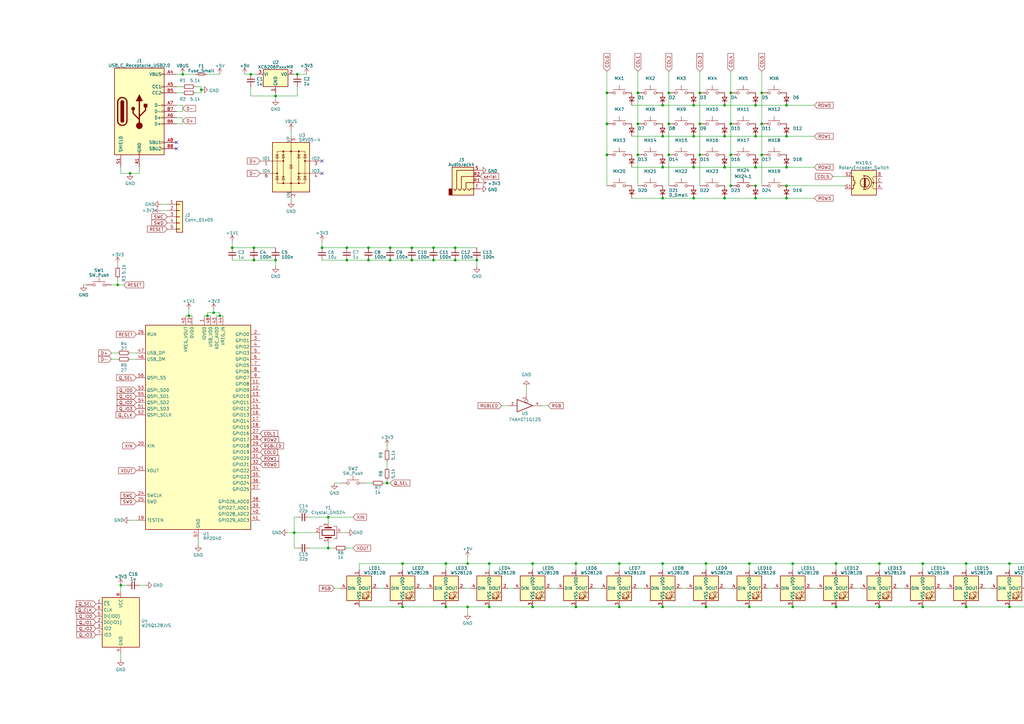
<source format=kicad_sch>
(kicad_sch (version 20230121) (generator eeschema)
  (paper "A3")
  (junction (at 218.44 231.14))
  (junction (at 287.02 50.8))
  (junction (at 142.24 101.6))
  (junction (at 360.68 248.92))
  (junction (at 396.24 248.92))
  (junction (at 191.77 231.14))
  (junction (at 284.48 81.28))
  (junction (at 274.32 38.1))
  (junction (at 299.72 38.1))
  (junction (at 142.24 106.68))
  (junction (at 284.48 55.88))
  (junction (at 297.18 55.88))
  (junction (at 87.63 128.27))
  (junction (at 53.34 71.12))
  (junction (at 271.78 68.58))
  (junction (at 284.48 43.18))
  (junction (at 261.62 63.5))
  (junction (at 104.14 101.6))
  (junction (at 297.18 68.58))
  (junction (at 299.72 50.8))
  (junction (at 431.8 248.92))
  (junction (at 322.58 81.28))
  (junction (at 309.88 68.58))
  (junction (at 360.68 231.14))
  (junction (at 271.78 231.14))
  (junction (at 165.1 231.14))
  (junction (at 195.58 106.68))
  (junction (at 85.09 129.54))
  (junction (at 325.12 248.92))
  (junction (at 271.78 248.92))
  (junction (at 182.88 231.14))
  (junction (at 113.03 39.37))
  (junction (at 200.66 248.92))
  (junction (at 236.22 248.92))
  (junction (at 342.9 231.14))
  (junction (at 160.02 101.6))
  (junction (at 309.88 76.2))
  (junction (at 254 231.14))
  (junction (at 312.42 38.1))
  (junction (at 284.48 68.58))
  (junction (at 309.88 81.28))
  (junction (at 90.17 129.54))
  (junction (at 102.87 30.48))
  (junction (at 261.62 38.1))
  (junction (at 274.32 63.5))
  (junction (at 299.72 63.5))
  (junction (at 297.18 81.28))
  (junction (at 261.62 50.8))
  (junction (at 322.58 43.18))
  (junction (at 322.58 55.88))
  (junction (at 95.25 101.6))
  (junction (at 236.22 231.14))
  (junction (at 132.08 101.6))
  (junction (at 287.02 63.5))
  (junction (at 274.32 50.8))
  (junction (at 218.44 248.92))
  (junction (at 177.8 106.68))
  (junction (at 151.13 101.6))
  (junction (at 312.42 50.8))
  (junction (at 48.26 116.84))
  (junction (at 289.56 248.92))
  (junction (at 186.69 106.68))
  (junction (at 134.62 224.79))
  (junction (at 297.18 43.18))
  (junction (at 271.78 81.28))
  (junction (at 182.88 248.92))
  (junction (at 151.13 106.68))
  (junction (at 113.03 106.68))
  (junction (at 134.62 212.09))
  (junction (at 307.34 248.92))
  (junction (at 160.02 106.68))
  (junction (at 271.78 55.88))
  (junction (at 378.46 231.14))
  (junction (at 120.65 218.44))
  (junction (at 186.69 101.6))
  (junction (at 312.42 63.5))
  (junction (at 287.02 38.1))
  (junction (at 307.34 231.14))
  (junction (at 414.02 231.14))
  (junction (at 248.92 38.1))
  (junction (at 271.78 43.18))
  (junction (at 158.75 198.12))
  (junction (at 77.47 129.54))
  (junction (at 325.12 231.14))
  (junction (at 49.53 240.03))
  (junction (at 342.9 248.92))
  (junction (at 191.77 248.92))
  (junction (at 309.88 43.18))
  (junction (at 121.92 30.48))
  (junction (at 168.91 106.68))
  (junction (at 82.55 36.83))
  (junction (at 200.66 231.14))
  (junction (at 104.14 106.68))
  (junction (at 299.72 76.2))
  (junction (at 74.93 30.48))
  (junction (at 322.58 68.58))
  (junction (at 414.02 248.92))
  (junction (at 177.8 101.6))
  (junction (at 248.92 63.5))
  (junction (at 322.58 76.2))
  (junction (at 165.1 248.92))
  (junction (at 378.46 248.92))
  (junction (at 431.8 231.14))
  (junction (at 396.24 231.14))
  (junction (at 254 248.92))
  (junction (at 248.92 50.8))
  (junction (at 309.88 55.88))
  (junction (at 289.56 231.14))
  (junction (at 168.91 101.6))
  (no_connect (at 72.39 60.96))
  (no_connect (at 457.2 241.3))
  (no_connect (at 132.08 71.12))
  (no_connect (at 72.39 58.42))
  (no_connect (at 132.08 66.04))
  (wire (pts (xy 360.68 231.14) (xy 360.68 233.68)))
  (wire (pts (xy 49.53 240.03) (xy 52.07 240.03)))
  (wire (pts (xy 120.65 30.48) (xy 121.92 30.48)))
  (wire (pts (xy 271.78 55.88) (xy 284.48 55.88)))
  (wire (pts (xy 297.18 55.88) (xy 309.88 55.88)))
  (wire (pts (xy 332.74 241.3) (xy 335.28 241.3)))
  (wire (pts (xy 236.22 248.92) (xy 254 248.92)))
  (wire (pts (xy 120.65 224.79) (xy 121.92 224.79)))
  (wire (pts (xy 325.12 248.92) (xy 342.9 248.92)))
  (wire (pts (xy 158.75 182.88) (xy 158.75 184.15)))
  (wire (pts (xy 165.1 248.92) (xy 182.88 248.92)))
  (wire (pts (xy 309.88 55.88) (xy 322.58 55.88)))
  (wire (pts (xy 82.55 35.56) (xy 82.55 36.83)))
  (wire (pts (xy 49.53 68.58) (xy 49.53 71.12)))
  (wire (pts (xy 182.88 248.92) (xy 191.77 248.92)))
  (wire (pts (xy 120.65 218.44) (xy 129.54 218.44)))
  (wire (pts (xy 431.8 231.14) (xy 431.8 233.68)))
  (wire (pts (xy 87.63 127) (xy 87.63 128.27)))
  (wire (pts (xy 261.62 63.5) (xy 261.62 76.2)))
  (wire (pts (xy 195.58 106.68) (xy 195.58 109.22)))
  (wire (pts (xy 72.39 48.26) (xy 74.93 48.26)))
  (wire (pts (xy 137.16 198.12) (xy 139.7 198.12)))
  (wire (pts (xy 200.66 248.92) (xy 218.44 248.92)))
  (wire (pts (xy 322.58 55.88) (xy 334.01 55.88)))
  (wire (pts (xy 160.02 101.6) (xy 168.91 101.6)))
  (wire (pts (xy 312.42 29.21) (xy 312.42 38.1)))
  (wire (pts (xy 274.32 38.1) (xy 274.32 50.8)))
  (wire (pts (xy 90.17 129.54) (xy 91.44 129.54)))
  (wire (pts (xy 127 212.09) (xy 134.62 212.09)))
  (wire (pts (xy 186.69 101.6) (xy 195.58 101.6)))
  (wire (pts (xy 248.92 29.21) (xy 248.92 38.1)))
  (wire (pts (xy 85.09 128.27) (xy 85.09 129.54)))
  (wire (pts (xy 147.32 231.14) (xy 165.1 231.14)))
  (wire (pts (xy 431.8 231.14) (xy 449.58 231.14)))
  (wire (pts (xy 147.32 233.68) (xy 147.32 231.14)))
  (wire (pts (xy 314.96 241.3) (xy 317.5 241.3)))
  (wire (pts (xy 49.53 71.12) (xy 53.34 71.12)))
  (wire (pts (xy 284.48 55.88) (xy 297.18 55.88)))
  (wire (pts (xy 307.34 231.14) (xy 325.12 231.14)))
  (wire (pts (xy 134.62 212.09) (xy 144.78 212.09)))
  (wire (pts (xy 222.25 166.37) (xy 224.79 166.37)))
  (wire (pts (xy 299.72 50.8) (xy 299.72 63.5)))
  (wire (pts (xy 72.39 43.18) (xy 74.93 43.18)))
  (wire (pts (xy 121.92 39.37) (xy 113.03 39.37)))
  (wire (pts (xy 83.82 129.54) (xy 85.09 129.54)))
  (wire (pts (xy 95.25 106.68) (xy 104.14 106.68)))
  (wire (pts (xy 121.92 30.48) (xy 125.73 30.48)))
  (wire (pts (xy 191.77 248.92) (xy 200.66 248.92)))
  (wire (pts (xy 439.42 241.3) (xy 441.96 241.3)))
  (wire (pts (xy 325.12 231.14) (xy 325.12 233.68)))
  (wire (pts (xy 53.34 144.78) (xy 55.88 144.78)))
  (wire (pts (xy 118.11 218.44) (xy 120.65 218.44)))
  (wire (pts (xy 157.48 198.12) (xy 158.75 198.12)))
  (wire (pts (xy 177.8 106.68) (xy 186.69 106.68)))
  (wire (pts (xy 287.02 63.5) (xy 287.02 76.2)))
  (wire (pts (xy 104.14 101.6) (xy 113.03 101.6)))
  (wire (pts (xy 134.62 212.09) (xy 134.62 214.63)))
  (wire (pts (xy 218.44 248.92) (xy 236.22 248.92)))
  (wire (pts (xy 449.58 231.14) (xy 449.58 233.68)))
  (wire (pts (xy 341.63 72.39) (xy 346.71 72.39)))
  (wire (pts (xy 74.93 43.18) (xy 74.93 45.72)))
  (wire (pts (xy 259.08 43.18) (xy 271.78 43.18)))
  (wire (pts (xy 120.65 224.79) (xy 120.65 218.44)))
  (wire (pts (xy 34.29 116.84) (xy 35.56 116.84)))
  (wire (pts (xy 132.08 106.68) (xy 142.24 106.68)))
  (wire (pts (xy 431.8 248.92) (xy 449.58 248.92)))
  (wire (pts (xy 261.62 38.1) (xy 261.62 50.8)))
  (wire (pts (xy 48.26 116.84) (xy 50.8 116.84)))
  (wire (pts (xy 74.93 48.26) (xy 74.93 50.8)))
  (wire (pts (xy 271.78 231.14) (xy 271.78 233.68)))
  (wire (pts (xy 87.63 128.27) (xy 90.17 128.27)))
  (wire (pts (xy 119.38 53.34) (xy 119.38 55.88)))
  (wire (pts (xy 182.88 233.68) (xy 182.88 231.14)))
  (wire (pts (xy 191.77 248.92) (xy 191.77 251.46)))
  (wire (pts (xy 190.5 241.3) (xy 193.04 241.3)))
  (wire (pts (xy 142.24 106.68) (xy 151.13 106.68)))
  (wire (pts (xy 274.32 50.8) (xy 274.32 63.5)))
  (wire (pts (xy 226.06 241.3) (xy 228.6 241.3)))
  (wire (pts (xy 322.58 43.18) (xy 334.01 43.18)))
  (wire (pts (xy 119.38 81.28) (xy 119.38 82.55)))
  (wire (pts (xy 81.28 220.98) (xy 81.28 223.52)))
  (wire (pts (xy 45.72 147.32) (xy 48.26 147.32)))
  (wire (pts (xy 72.39 35.56) (xy 74.93 35.56)))
  (wire (pts (xy 254 231.14) (xy 254 233.68)))
  (wire (pts (xy 102.87 30.48) (xy 105.41 30.48)))
  (wire (pts (xy 100.33 30.48) (xy 102.87 30.48)))
  (wire (pts (xy 218.44 233.68) (xy 218.44 231.14)))
  (wire (pts (xy 414.02 248.92) (xy 431.8 248.92)))
  (wire (pts (xy 271.78 81.28) (xy 284.48 81.28)))
  (wire (pts (xy 350.52 241.3) (xy 353.06 241.3)))
  (wire (pts (xy 299.72 38.1) (xy 299.72 50.8)))
  (wire (pts (xy 248.92 63.5) (xy 248.92 76.2)))
  (wire (pts (xy 236.22 231.14) (xy 218.44 231.14)))
  (wire (pts (xy 342.9 248.92) (xy 360.68 248.92)))
  (wire (pts (xy 158.75 189.23) (xy 158.75 191.77)))
  (wire (pts (xy 299.72 29.21) (xy 299.72 38.1)))
  (wire (pts (xy 76.2 129.54) (xy 77.47 129.54)))
  (wire (pts (xy 243.84 241.3) (xy 246.38 241.3)))
  (wire (pts (xy 165.1 231.14) (xy 165.1 233.68)))
  (wire (pts (xy 151.13 101.6) (xy 160.02 101.6)))
  (wire (pts (xy 160.02 106.68) (xy 168.91 106.68)))
  (wire (pts (xy 396.24 231.14) (xy 396.24 233.68)))
  (wire (pts (xy 274.32 63.5) (xy 274.32 76.2)))
  (wire (pts (xy 342.9 231.14) (xy 342.9 233.68)))
  (wire (pts (xy 287.02 38.1) (xy 287.02 50.8)))
  (wire (pts (xy 74.93 30.48) (xy 80.01 30.48)))
  (wire (pts (xy 120.65 218.44) (xy 120.65 212.09)))
  (wire (pts (xy 261.62 50.8) (xy 261.62 63.5)))
  (wire (pts (xy 289.56 248.92) (xy 307.34 248.92)))
  (wire (pts (xy 396.24 231.14) (xy 414.02 231.14)))
  (wire (pts (xy 261.62 29.21) (xy 261.62 38.1)))
  (wire (pts (xy 102.87 39.37) (xy 113.03 39.37)))
  (wire (pts (xy 289.56 231.14) (xy 307.34 231.14)))
  (wire (pts (xy 309.88 81.28) (xy 322.58 81.28)))
  (wire (pts (xy 80.01 35.56) (xy 82.55 35.56)))
  (wire (pts (xy 77.47 129.54) (xy 78.74 129.54)))
  (wire (pts (xy 191.77 228.6) (xy 191.77 231.14)))
  (wire (pts (xy 414.02 231.14) (xy 431.8 231.14)))
  (wire (pts (xy 360.68 231.14) (xy 378.46 231.14)))
  (wire (pts (xy 134.62 224.79) (xy 134.62 222.25)))
  (wire (pts (xy 287.02 50.8) (xy 287.02 63.5)))
  (wire (pts (xy 102.87 35.56) (xy 102.87 39.37)))
  (wire (pts (xy 271.78 43.18) (xy 284.48 43.18)))
  (wire (pts (xy 57.15 71.12) (xy 53.34 71.12)))
  (wire (pts (xy 80.01 38.1) (xy 82.55 38.1)))
  (wire (pts (xy 403.86 241.3) (xy 406.4 241.3)))
  (wire (pts (xy 378.46 231.14) (xy 396.24 231.14)))
  (wire (pts (xy 186.69 106.68) (xy 195.58 106.68)))
  (wire (pts (xy 85.09 129.54) (xy 86.36 129.54)))
  (wire (pts (xy 259.08 55.88) (xy 271.78 55.88)))
  (wire (pts (xy 90.17 128.27) (xy 90.17 129.54)))
  (wire (pts (xy 208.28 241.3) (xy 210.82 241.3)))
  (wire (pts (xy 49.53 267.97) (xy 49.53 270.51)))
  (wire (pts (xy 142.24 101.6) (xy 151.13 101.6)))
  (wire (pts (xy 307.34 248.92) (xy 325.12 248.92)))
  (wire (pts (xy 149.86 198.12) (xy 152.4 198.12)))
  (wire (pts (xy 182.88 231.14) (xy 165.1 231.14)))
  (wire (pts (xy 53.34 147.32) (xy 55.88 147.32)))
  (wire (pts (xy 88.9 129.54) (xy 90.17 129.54)))
  (wire (pts (xy 322.58 76.2) (xy 346.71 76.2)))
  (wire (pts (xy 271.78 231.14) (xy 289.56 231.14)))
  (wire (pts (xy 287.02 29.21) (xy 287.02 38.1)))
  (wire (pts (xy 158.75 198.12) (xy 160.02 198.12)))
  (wire (pts (xy 274.32 29.21) (xy 274.32 38.1)))
  (wire (pts (xy 85.09 128.27) (xy 87.63 128.27)))
  (wire (pts (xy 66.04 83.82) (xy 68.58 83.82)))
  (wire (pts (xy 200.66 231.14) (xy 191.77 231.14)))
  (wire (pts (xy 72.39 38.1) (xy 74.93 38.1)))
  (wire (pts (xy 271.78 248.92) (xy 289.56 248.92)))
  (wire (pts (xy 271.78 68.58) (xy 284.48 68.58)))
  (wire (pts (xy 259.08 81.28) (xy 271.78 81.28)))
  (wire (pts (xy 104.14 106.68) (xy 113.03 106.68)))
  (wire (pts (xy 120.65 212.09) (xy 121.92 212.09)))
  (wire (pts (xy 279.4 241.3) (xy 281.94 241.3)))
  (wire (pts (xy 248.92 38.1) (xy 248.92 50.8)))
  (wire (pts (xy 147.32 248.92) (xy 165.1 248.92)))
  (wire (pts (xy 284.48 68.58) (xy 297.18 68.58)))
  (wire (pts (xy 307.34 231.14) (xy 307.34 233.68)))
  (wire (pts (xy 215.9 158.75) (xy 215.9 161.29)))
  (wire (pts (xy 158.75 196.85) (xy 158.75 198.12)))
  (wire (pts (xy 312.42 63.5) (xy 312.42 76.2)))
  (wire (pts (xy 53.34 213.36) (xy 55.88 213.36)))
  (wire (pts (xy 151.13 106.68) (xy 160.02 106.68)))
  (wire (pts (xy 297.18 43.18) (xy 309.88 43.18)))
  (wire (pts (xy 48.26 107.95) (xy 48.26 109.22)))
  (wire (pts (xy 309.88 68.58) (xy 322.58 68.58)))
  (wire (pts (xy 177.8 101.6) (xy 186.69 101.6)))
  (wire (pts (xy 168.91 106.68) (xy 177.8 106.68)))
  (wire (pts (xy 205.74 166.37) (xy 208.28 166.37)))
  (wire (pts (xy 134.62 224.79) (xy 137.16 224.79)))
  (wire (pts (xy 322.58 81.28) (xy 334.01 81.28)))
  (wire (pts (xy 259.08 68.58) (xy 271.78 68.58)))
  (wire (pts (xy 360.68 248.92) (xy 378.46 248.92)))
  (wire (pts (xy 378.46 248.92) (xy 396.24 248.92)))
  (wire (pts (xy 132.08 99.06) (xy 132.08 101.6)))
  (wire (pts (xy 218.44 231.14) (xy 200.66 231.14)))
  (wire (pts (xy 261.62 241.3) (xy 264.16 241.3)))
  (wire (pts (xy 72.39 50.8) (xy 74.93 50.8)))
  (wire (pts (xy 414.02 231.14) (xy 414.02 233.68)))
  (wire (pts (xy 154.94 241.3) (xy 157.48 241.3)))
  (wire (pts (xy 45.72 116.84) (xy 48.26 116.84)))
  (wire (pts (xy 254 231.14) (xy 271.78 231.14)))
  (wire (pts (xy 289.56 231.14) (xy 289.56 233.68)))
  (wire (pts (xy 309.88 43.18) (xy 322.58 43.18)))
  (wire (pts (xy 82.55 36.83) (xy 82.55 38.1)))
  (wire (pts (xy 200.66 233.68) (xy 200.66 231.14)))
  (wire (pts (xy 312.42 38.1) (xy 312.42 50.8)))
  (wire (pts (xy 299.72 63.5) (xy 299.72 76.2)))
  (wire (pts (xy 191.77 231.14) (xy 182.88 231.14)))
  (wire (pts (xy 113.03 38.1) (xy 113.03 39.37)))
  (wire (pts (xy 368.3 241.3) (xy 370.84 241.3)))
  (wire (pts (xy 342.9 231.14) (xy 360.68 231.14)))
  (wire (pts (xy 74.93 45.72) (xy 72.39 45.72)))
  (wire (pts (xy 312.42 50.8) (xy 312.42 63.5)))
  (wire (pts (xy 59.69 240.03) (xy 57.15 240.03)))
  (wire (pts (xy 284.48 81.28) (xy 297.18 81.28)))
  (wire (pts (xy 236.22 231.14) (xy 254 231.14)))
  (wire (pts (xy 297.18 241.3) (xy 299.72 241.3)))
  (wire (pts (xy 168.91 101.6) (xy 177.8 101.6)))
  (wire (pts (xy 49.53 240.03) (xy 49.53 242.57)))
  (wire (pts (xy 248.92 50.8) (xy 248.92 63.5)))
  (wire (pts (xy 325.12 231.14) (xy 342.9 231.14)))
  (wire (pts (xy 77.47 127) (xy 77.47 129.54)))
  (wire (pts (xy 45.72 144.78) (xy 48.26 144.78)))
  (wire (pts (xy 386.08 241.3) (xy 388.62 241.3)))
  (wire (pts (xy 113.03 106.68) (xy 113.03 109.22)))
  (wire (pts (xy 297.18 68.58) (xy 309.88 68.58)))
  (wire (pts (xy 172.72 241.3) (xy 175.26 241.3)))
  (wire (pts (xy 132.08 101.6) (xy 142.24 101.6)))
  (wire (pts (xy 346.71 76.2) (xy 346.71 77.47)))
  (wire (pts (xy 254 248.92) (xy 271.78 248.92)))
  (wire (pts (xy 236.22 233.68) (xy 236.22 231.14)))
  (wire (pts (xy 72.39 30.48) (xy 74.93 30.48)))
  (wire (pts (xy 396.24 248.92) (xy 414.02 248.92)))
  (wire (pts (xy 95.25 101.6) (xy 104.14 101.6)))
  (wire (pts (xy 121.92 35.56) (xy 121.92 39.37)))
  (wire (pts (xy 95.25 99.06) (xy 95.25 101.6)))
  (wire (pts (xy 284.48 43.18) (xy 297.18 43.18)))
  (wire (pts (xy 421.64 241.3) (xy 424.18 241.3)))
  (wire (pts (xy 378.46 231.14) (xy 378.46 233.68)))
  (wire (pts (xy 297.18 81.28) (xy 309.88 81.28)))
  (wire (pts (xy 48.26 116.84) (xy 48.26 114.3)))
  (wire (pts (xy 137.16 241.3) (xy 139.7 241.3)))
  (wire (pts (xy 57.15 68.58) (xy 57.15 71.12)))
  (wire (pts (xy 66.04 86.36) (xy 68.58 86.36)))
  (wire (pts (xy 85.09 30.48) (xy 90.17 30.48)))
  (wire (pts (xy 113.03 39.37) (xy 113.03 40.64)))
  (wire (pts (xy 142.24 224.79) (xy 144.78 224.79)))
  (wire (pts (xy 322.58 68.58) (xy 334.01 68.58)))
  (wire (pts (xy 127 224.79) (xy 134.62 224.79)))
  (wire (pts (xy 139.7 218.44) (xy 142.24 218.44)))
  (global_label "Q_SEL" (shape input) (at 55.88 154.94 180) (property "Intersheetrefs" "${INTERSHEET_REFS}" (effects hide)))
  (global_label "ROW3" (shape input) (at 334.01 81.28 0) (property "Intersheetrefs" "${INTERSHEET_REFS}" (effects hide)))
  (global_label "D-" (shape input) (at 106.68 71.12 180) (property "Intersheetrefs" "${INTERSHEET_REFS}" (effects hide)))
  (global_label "SWC" (shape input) (at 55.88 203.2 180) (property "Intersheetrefs" "${INTERSHEET_REFS}" (effects hide)))
  (global_label "COL4" (shape input) (at 299.72 29.21 90) (property "Intersheetrefs" "${INTERSHEET_REFS}" (effects hide)))
  (global_label "Q_IO3" (shape input) (at 55.88 167.64 180) (property "Intersheetrefs" "${INTERSHEET_REFS}" (effects hide)))
  (global_label "D+" (shape input) (at 45.72 144.78 180) (property "Intersheetrefs" "${INTERSHEET_REFS}" (effects hide)))
  (global_label "serial" (shape input) (at 196.85 72.39 0) (property "Intersheetrefs" "${INTERSHEET_REFS}" (effects hide)))
  (global_label "RGBLED" (shape input) (at 205.74 166.37 180) (property "Intersheetrefs" "${INTERSHEET_REFS}" (effects hide)))
  (global_label "ROW2" (shape input) (at 106.68 180.34 0) (property "Intersheetrefs" "${INTERSHEET_REFS}" (effects hide)))
  (global_label "D-" (shape input) (at 45.72 147.32 180) (property "Intersheetrefs" "${INTERSHEET_REFS}" (effects hide)))
  (global_label "Q_CLK" (shape input) (at 55.88 170.18 180) (property "Intersheetrefs" "${INTERSHEET_REFS}" (effects hide)))
  (global_label "COL0" (shape input) (at 248.92 29.21 90) (property "Intersheetrefs" "${INTERSHEET_REFS}" (effects hide)))
  (global_label "D+" (shape input) (at 106.68 66.04 180) (property "Intersheetrefs" "${INTERSHEET_REFS}" (effects hide)))
  (global_label "Q_IO3" (shape input) (at 39.37 260.35 180) (property "Intersheetrefs" "${INTERSHEET_REFS}" (effects hide)))
  (global_label "COL5" (shape input) (at 312.42 29.21 90) (property "Intersheetrefs" "${INTERSHEET_REFS}" (effects hide)))
  (global_label "Q_SEL" (shape input) (at 39.37 247.65 180) (property "Intersheetrefs" "${INTERSHEET_REFS}" (effects hide)))
  (global_label "COL2" (shape input) (at 274.32 29.21 90) (property "Intersheetrefs" "${INTERSHEET_REFS}" (effects hide)))
  (global_label "COL5" (shape input) (at 341.63 72.39 180) (property "Intersheetrefs" "${INTERSHEET_REFS}" (effects hide)))
  (global_label "RESET" (shape input) (at 50.8 116.84 0) (property "Intersheetrefs" "${INTERSHEET_REFS}" (effects hide)))
  (global_label "XIN" (shape input) (at 55.88 182.88 180) (property "Intersheetrefs" "${INTERSHEET_REFS}" (effects hide)))
  (global_label "D+" (shape input) (at 74.93 49.53 0) (property "Intersheetrefs" "${INTERSHEET_REFS}" (effects hide)))
  (global_label "Q_IO1" (shape input) (at 39.37 255.27 180) (property "Intersheetrefs" "${INTERSHEET_REFS}" (effects hide)))
  (global_label "Q_SEL" (shape input) (at 160.02 198.12 0) (property "Intersheetrefs" "${INTERSHEET_REFS}" (effects hide)))
  (global_label "Q_IO0" (shape input) (at 55.88 160.02 180) (property "Intersheetrefs" "${INTERSHEET_REFS}" (effects hide)))
  (global_label "Q_IO1" (shape input) (at 55.88 162.56 180) (property "Intersheetrefs" "${INTERSHEET_REFS}" (effects hide)))
  (global_label "COL1" (shape input) (at 106.68 177.8 0) (property "Intersheetrefs" "${INTERSHEET_REFS}" (effects hide)))
  (global_label "COL3" (shape input) (at 287.02 29.21 90) (property "Intersheetrefs" "${INTERSHEET_REFS}" (effects hide)))
  (global_label "XOUT" (shape input) (at 144.78 224.79 0) (property "Intersheetrefs" "${INTERSHEET_REFS}" (effects hide)))
  (global_label "XOUT" (shape input) (at 55.88 193.04 180) (property "Intersheetrefs" "${INTERSHEET_REFS}" (effects hide)))
  (global_label "ROW2" (shape input) (at 334.01 68.58 0) (property "Intersheetrefs" "${INTERSHEET_REFS}" (effects hide)))
  (global_label "COL1" (shape input) (at 261.62 29.21 90) (property "Intersheetrefs" "${INTERSHEET_REFS}" (effects hide)))
  (global_label "Q_IO2" (shape input) (at 39.37 257.81 180) (property "Intersheetrefs" "${INTERSHEET_REFS}" (effects hide)))
  (global_label "RESET" (shape input) (at 68.58 93.98 180) (property "Intersheetrefs" "${INTERSHEET_REFS}" (effects hide)))
  (global_label "XIN" (shape input) (at 144.78 212.09 0) (property "Intersheetrefs" "${INTERSHEET_REFS}" (effects hide)))
  (global_label "RGB" (shape input) (at 224.79 166.37 0) (property "Intersheetrefs" "${INTERSHEET_REFS}" (effects hide)))
  (global_label "COL0" (shape input) (at 106.68 185.42 0) (property "Intersheetrefs" "${INTERSHEET_REFS}" (effects hide)))
  (global_label "ROW1" (shape input) (at 334.01 55.88 0) (property "Intersheetrefs" "${INTERSHEET_REFS}" (effects hide)))
  (global_label "SWD" (shape input) (at 55.88 205.74 180) (property "Intersheetrefs" "${INTERSHEET_REFS}" (effects hide)))
  (global_label "ROW0" (shape input) (at 334.01 43.18 0) (property "Intersheetrefs" "${INTERSHEET_REFS}" (effects hide)))
  (global_label "SWD" (shape input) (at 68.58 91.44 180) (property "Intersheetrefs" "${INTERSHEET_REFS}" (effects hide)))
  (global_label "RGB" (shape input) (at 137.16 241.3 180) (property "Intersheetrefs" "${INTERSHEET_REFS}" (effects hide)))
  (global_label "ROW1" (shape input) (at 106.68 187.96 0) (property "Intersheetrefs" "${INTERSHEET_REFS}" (effects hide)))
  (global_label "D-" (shape input) (at 74.93 44.45 0) (property "Intersheetrefs" "${INTERSHEET_REFS}" (effects hide)))
  (global_label "Q_CLK" (shape input) (at 39.37 250.19 180) (property "Intersheetrefs" "${INTERSHEET_REFS}" (effects hide)))
  (global_label "Q_IO2" (shape input) (at 55.88 165.1 180) (property "Intersheetrefs" "${INTERSHEET_REFS}" (effects hide)))
  (global_label "RGBLED" (shape input) (at 106.68 182.88 0) (property "Intersheetrefs" "${INTERSHEET_REFS}" (effects hide)))
  (global_label "SWC" (shape input) (at 68.58 88.9 180) (property "Intersheetrefs" "${INTERSHEET_REFS}" (effects hide)))
  (global_label "RESET" (shape input) (at 55.88 137.16 180) (property "Intersheetrefs" "${INTERSHEET_REFS}" (effects hide)))
  (global_label "ROW0" (shape input) (at 106.68 190.5 0) (property "Intersheetrefs" "${INTERSHEET_REFS}" (effects hide)))
  (global_label "Q_IO0" (shape input) (at 39.37 252.73 180) (property "Intersheetrefs" "${INTERSHEET_REFS}" (effects hide)))
  (symbol (lib_id "Memory_Flash:W25Q128JVS") (at 49.53 255.27 0) (unit 1)
    (property "Reference" "U4" (at 57.912 254.6263 0) (effects (justify left)))
    (property "Value" "W25Q128JVS" (at 57.912 256.5473 0) (effects (justify left)))
    (property "Footprint" "Package_SO:SOIC-8_5.23x5.23mm_P1.27mm" (effects hide))
    (property "Datasheet" "http://www.winbond.com/resource-files/w25q128jv_dtr%20revc%2003272018%20plus.pdf" (effects hide))
  )
  (symbol (lib_id "power:+3V3") (at 125.73 30.48 0) (unit 1)
    (property "Reference" "#PWR04" (effects hide))
    (property "Value" "+3V3" (at 125.73 26.9781 0))
  )
  (symbol (lib_id "Device:D_Small") (at 309.88 53.34 90) (unit 1)
    (property "Reference" "D11" (at 312.42 52.689 90) (effects (justify right)))
    (property "Value" "D_Small" (effects hide))
    (property "Footprint" "Diode_SMD:D_SOD-123" (effects hide))
    (property "Sim.Device" "D" (effects hide))
    (property "Sim.Pins" "1=K 2=A" (effects hide))
  )
  (symbol (lib_id "Device:D_Small") (at 284.48 66.04 90) (unit 1)
    (property "Reference" "D15" (at 287.02 65.389 90) (effects (justify right)))
    (property "Value" "D_Small" (effects hide))
    (property "Footprint" "Diode_SMD:D_SOD-123" (effects hide))
    (property "Sim.Device" "D" (effects hide))
    (property "Sim.Pins" "1=K 2=A" (effects hide))
  )
  (symbol (lib_id "Switch:SW_Push") (at 317.5 50.8 0) (unit 1)
    (property "Reference" "MX12" (at 317.5 44.8691 0))
    (property "Value" "SW_Push" (effects hide))
    (property "Footprint" "MX_Only:MXOnly-1U-NoLED" (effects hide))
  )
  (symbol (lib_id "Connector_Generic:Conn_01x05") (at 73.66 88.9 0) (unit 1)
    (property "Reference" "J2" (at 75.692 88.2563 0) (effects (justify left)))
    (property "Value" "Conn_01x05" (at 75.692 90.1773 0) (effects (justify left)))
    (property "Footprint" "Connector_PinHeader_2.54mm:PinHeader_1x05_P2.54mm_Vertical" (effects hide))
  )
  (symbol (lib_id "Switch:SW_Push") (at 40.64 116.84 0) (unit 1)
    (property "Reference" "SW1" (at 40.64 110.9091 0))
    (property "Value" "SW_Push" (at 40.64 112.8301 0))
    (property "Footprint" "Connector_PinHeader_2.54mm:PinHeader_1x02_P2.54mm_Vertical" (effects hide))
  )
  (symbol (lib_id "power:GND") (at 113.03 40.64 0) (unit 1)
    (property "Reference" "#PWR05" (effects hide))
    (property "Value" "GND" (at 113.03 44.7755 0))
  )
  (symbol (lib_id "LED:WS2812B") (at 289.56 241.3 0) (unit 1)
    (property "Reference" "LED9" (at 295.91 233.029 0))
    (property "Value" "WS2812B" (at 295.91 234.95 0))
    (property "Footprint" "Custom_footprints_Léon:XINGLIGHT_XL-1010RGBC-WS2812B" (effects hide))
    (property "Datasheet" "https://cdn-shop.adafruit.com/datasheets/WS2812B.pdf" (effects hide))
  )
  (symbol (lib_id "Switch:SW_Push") (at 279.4 63.5 0) (unit 1)
    (property "Reference" "MX15" (at 279.4 57.5691 0))
    (property "Value" "SW_Push" (effects hide))
    (property "Footprint" "MX_Only:MXOnly-1U-NoLED" (effects hide))
  )
  (symbol (lib_id "Switch:SW_Push") (at 304.8 63.5 0) (unit 1)
    (property "Reference" "MX17" (at 304.8 57.5691 0))
    (property "Value" "SW_Push" (effects hide))
    (property "Footprint" "MX_Only:MXOnly-1U-NoLED" (effects hide))
  )
  (symbol (lib_id "Device:D_Small") (at 271.78 40.64 90) (unit 1)
    (property "Reference" "D2" (at 274.32 39.989 90) (effects (justify right)))
    (property "Value" "D_Small" (effects hide))
    (property "Footprint" "Diode_SMD:D_SOD-123" (effects hide))
    (property "Sim.Device" "D" (effects hide))
    (property "Sim.Pins" "1=K 2=A" (effects hide))
  )
  (symbol (lib_id "PCM_marbastlib-various:SRV05-4") (at 119.38 68.58 0) (unit 1)
    (property "Reference" "U3" (at 122.5297 55.4101 0) (effects (justify left)))
    (property "Value" "SRV05-4" (at 122.5297 57.3311 0) (effects (justify left)))
    (property "Footprint" "PCM_marbastlib-various:SOT-23-6-routable" (effects hide))
    (property "Datasheet" "http://www.onsemi.com/pub/Collateral/SRV05-4-D.PDF" (effects hide))
  )
  (symbol (lib_id "Device:C_Small") (at 132.08 104.14 0) (unit 1)
    (property "Reference" "C6" (at 134.4041 103.5026 0) (effects (justify left)))
    (property "Value" "10u" (at 134.4041 105.4236 0) (effects (justify left)))
    (property "Footprint" "Capacitor_SMD:C_0603_1608Metric" (effects hide))
  )
  (symbol (lib_id "LED:WS2812B") (at 325.12 241.3 0) (unit 1)
    (property "Reference" "LED11" (at 331.47 233.029 0))
    (property "Value" "WS2812B" (at 331.47 234.95 0))
    (property "Footprint" "Custom_footprints_Léon:XINGLIGHT_XL-1010RGBC-WS2812B" (effects hide))
    (property "Datasheet" "https://cdn-shop.adafruit.com/datasheets/WS2812B.pdf" (effects hide))
  )
  (symbol (lib_id "Regulator_Linear:XC6206PxxxMR") (at 113.03 30.48 0) (unit 1)
    (property "Reference" "U2" (at 113.03 25.5651 0))
    (property "Value" "XC6206PxxxMR" (at 113.03 27.4861 0))
    (property "Footprint" "Package_TO_SOT_SMD:SOT-23-3" (effects hide))
    (property "Datasheet" "https://www.torexsemi.com/file/xc6206/XC6206.pdf" (effects hide))
  )
  (symbol (lib_id "Switch:SW_Push") (at 254 76.2 0) (unit 1)
    (property "Reference" "MX20" (at 254 70.2691 0))
    (property "Value" "SW_Push" (effects hide))
    (property "Footprint" "MX_Only:MXOnly-1.25U-NoLED" (effects hide))
  )
  (symbol (lib_id "Device:C_Small") (at 168.91 104.14 0) (unit 1)
    (property "Reference" "C10" (at 171.2341 103.5026 0) (effects (justify left)))
    (property "Value" "100n" (at 171.2341 105.4236 0) (effects (justify left)))
    (property "Footprint" "Capacitor_SMD:C_0402_1005Metric" (effects hide))
  )
  (symbol (lib_id "Device:D_Small") (at 322.58 78.74 90) (unit 1)
    (property "Reference" "D19" (at 325.12 78.089 90) (effects (justify right)))
    (property "Value" "D_Small" (effects hide))
    (property "Footprint" "Diode_SMD:D_SOD-123" (effects hide))
    (property "Sim.Device" "D" (effects hide))
    (property "Sim.Pins" "1=K 2=A" (effects hide))
  )
  (symbol (lib_id "power:GND") (at 142.24 218.44 90) (unit 1)
    (property "Reference" "#PWR023" (effects hide))
    (property "Value" "GND" (at 144.78 218.44 90) (effects (justify right)))
  )
  (symbol (lib_id "power:+1V1") (at 95.25 99.06 0) (unit 1)
    (property "Reference" "#PWR012" (effects hide))
    (property "Value" "+1V1" (at 95.25 95.5581 0))
  )
  (symbol (lib_id "Switch:SW_Push") (at 266.7 76.2 0) (unit 1)
    (property "Reference" "MX21" (at 266.7 70.2691 0))
    (property "Value" "SW_Push" (effects hide))
    (property "Footprint" "MX_Only:MXOnly-1.25U-NoLED" (effects hide))
  )
  (symbol (lib_id "Device:C_Small") (at 124.46 224.79 90) (unit 1)
    (property "Reference" "C15" (at 124.46 227.33 90))
    (property "Value" "22p" (at 124.46 229.251 90))
    (property "Footprint" "Capacitor_SMD:C_0402_1005Metric" (effects hide))
  )
  (symbol (lib_id "Device:C_Small") (at 177.8 104.14 0) (unit 1)
    (property "Reference" "C11" (at 180.1241 103.5026 0) (effects (justify left)))
    (property "Value" "100n" (at 180.1241 105.4236 0) (effects (justify left)))
    (property "Footprint" "Capacitor_SMD:C_0402_1005Metric" (effects hide))
  )
  (symbol (lib_id "Switch:SW_Push") (at 254 38.1 0) (unit 1)
    (property "Reference" "MX1" (at 254 32.1691 0))
    (property "Value" "SW_Push" (effects hide))
    (property "Footprint" "MX_Only:MXOnly-1.5U-NoLED" (effects hide))
  )
  (symbol (lib_id "Device:R_Small") (at 154.94 198.12 90) (unit 1)
    (property "Reference" "R7" (at 154.94 200.009 90))
    (property "Value" "1k" (at 154.94 201.93 90))
    (property "Footprint" "Resistor_SMD:R_0402_1005Metric" (effects hide))
  )
  (symbol (lib_id "Device:D_Small") (at 297.18 53.34 90) (unit 1)
    (property "Reference" "D10" (at 299.72 52.689 90) (effects (justify right)))
    (property "Value" "D_Small" (effects hide))
    (property "Footprint" "Diode_SMD:D_SOD-123" (effects hide))
    (property "Sim.Device" "D" (effects hide))
    (property "Sim.Pins" "1=K 2=A" (effects hide))
  )
  (symbol (lib_id "LED:WS2812B") (at 378.46 241.3 0) (unit 1)
    (property "Reference" "LED14" (at 384.81 233.029 0))
    (property "Value" "WS2812B" (at 384.81 234.95 0))
    (property "Footprint" "Custom_footprints_Léon:XINGLIGHT_XL-1010RGBC-WS2812B" (effects hide))
    (property "Datasheet" "https://cdn-shop.adafruit.com/datasheets/WS2812B.pdf" (effects hide))
  )
  (symbol (lib_id "Device:D_Small") (at 284.48 53.34 90) (unit 1)
    (property "Reference" "D9" (at 287.02 52.689 90) (effects (justify right)))
    (property "Value" "D_Small" (effects hide))
    (property "Footprint" "Diode_SMD:D_SOD-123" (effects hide))
    (property "Sim.Device" "D" (effects hide))
    (property "Sim.Pins" "1=K 2=A" (effects hide))
  )
  (symbol (lib_id "Device:D_Small") (at 322.58 40.64 90) (unit 1)
    (property "Reference" "D6" (at 325.12 39.989 90) (effects (justify right)))
    (property "Value" "D_Small" (effects hide))
    (property "Footprint" "Diode_SMD:D_SOD-123" (effects hide))
    (property "Sim.Device" "D" (effects hide))
    (property "Sim.Pins" "1=K 2=A" (effects hide))
  )
  (symbol (lib_id "power:+3V3") (at 132.08 99.06 0) (unit 1)
    (property "Reference" "#PWR014" (effects hide))
    (property "Value" "+3V3" (at 132.08 95.5581 0))
  )
  (symbol (lib_id "Device:R_Small") (at 50.8 147.32 90) (unit 1)
    (property "Reference" "R5" (at 50.8 149.86 90))
    (property "Value" "27" (at 50.8 151.781 90))
    (property "Footprint" "Resistor_SMD:R_0402_1005Metric" (effects hide))
  )
  (symbol (lib_id "Switch:SW_Push") (at 292.1 50.8 0) (unit 1)
    (property "Reference" "MX10" (at 292.1 44.8691 0))
    (property "Value" "SW_Push" (effects hide))
    (property "Footprint" "MX_Only:MXOnly-1U-NoLED" (effects hide))
  )
  (symbol (lib_id "Device:R_Small") (at 48.26 111.76 180) (unit 1)
    (property "Reference" "R3" (at 50.8 114.3 90))
    (property "Value" "5.1k" (at 50.8 110.49 90))
    (property "Footprint" "Resistor_SMD:R_0402_1005Metric" (effects hide))
  )
  (symbol (lib_id "Device:D_Small") (at 309.88 78.74 90) (unit 1)
    (property "Reference" "D24" (at 312.42 78.089 90) (effects (justify right)))
    (property "Value" "D_Small" (effects hide))
    (property "Footprint" "Diode_SMD:D_SOD-123" (effects hide))
    (property "Sim.Device" "D" (effects hide))
    (property "Sim.Pins" "1=K 2=A" (effects hide))
  )
  (symbol (lib_id "Switch:SW_Push") (at 292.1 63.5 0) (unit 1)
    (property "Reference" "MX16" (at 292.1 57.5691 0))
    (property "Value" "SW_Push" (effects hide))
    (property "Footprint" "MX_Only:MXOnly-1U-NoLED" (effects hide))
  )
  (symbol (lib_id "Device:D_Small") (at 322.58 53.34 90) (unit 1)
    (property "Reference" "D12" (at 325.12 52.689 90) (effects (justify right)))
    (property "Value" "D_Small" (effects hide))
    (property "Footprint" "Diode_SMD:D_SOD-123" (effects hide))
    (property "Sim.Device" "D" (effects hide))
    (property "Sim.Pins" "1=K 2=A" (effects hide))
  )
  (symbol (lib_id "Device:C_Small") (at 124.46 212.09 90) (unit 1)
    (property "Reference" "C14" (at 124.4663 207.518 90))
    (property "Value" "22p" (at 124.4663 209.439 90))
    (property "Footprint" "Capacitor_SMD:C_0402_1005Metric" (effects hide))
  )
  (symbol (lib_id "LED:WS2812B") (at 147.32 241.3 0) (unit 1)
    (property "Reference" "LED1" (at 153.67 233.029 0))
    (property "Value" "WS2812B" (at 153.67 234.95 0))
    (property "Footprint" "Custom_footprints_Léon:XINGLIGHT_XL-1010RGBC-WS2812B" (effects hide))
    (property "Datasheet" "https://cdn-shop.adafruit.com/datasheets/WS2812B.pdf" (effects hide))
  )
  (symbol (lib_id "LED:WS2812B") (at 360.68 241.3 0) (unit 1)
    (property "Reference" "LED13" (at 367.03 233.029 0))
    (property "Value" "WS2812B" (at 367.03 234.95 0))
    (property "Footprint" "Custom_footprints_Léon:XINGLIGHT_XL-1010RGBC-WS2812B" (effects hide))
    (property "Datasheet" "https://cdn-shop.adafruit.com/datasheets/WS2812B.pdf" (effects hide))
  )
  (symbol (lib_id "power:GND") (at 195.58 109.22 0) (unit 1)
    (property "Reference" "#PWR015" (effects hide))
    (property "Value" "GND" (at 195.58 113.3555 0))
  )
  (symbol (lib_id "Device:D_Small") (at 309.88 40.64 90) (unit 1)
    (property "Reference" "D5" (at 312.42 39.989 90) (effects (justify right)))
    (property "Value" "D_Small" (effects hide))
    (property "Footprint" "Diode_SMD:D_SOD-123" (effects hide))
    (property "Sim.Device" "D" (effects hide))
    (property "Sim.Pins" "1=K 2=A" (effects hide))
  )
  (symbol (lib_id "Device:D_Small") (at 297.18 40.64 90) (unit 1)
    (property "Reference" "D4" (at 299.72 39.989 90) (effects (justify right)))
    (property "Value" "D_Small" (effects hide))
    (property "Footprint" "Diode_SMD:D_SOD-123" (effects hide))
    (property "Sim.Device" "D" (effects hide))
    (property "Sim.Pins" "1=K 2=A" (effects hide))
  )
  (symbol (lib_id "power:GND") (at 215.9 158.75 180) (unit 1)
    (property "Reference" "#PWR033" (effects hide))
    (property "Value" "GND" (at 215.9 153.67 0))
  )
  (symbol (lib_id "Switch:SW_Push") (at 266.7 63.5 0) (unit 1)
    (property "Reference" "MX14" (at 266.7 57.5691 0))
    (property "Value" "SW_Push" (effects hide))
    (property "Footprint" "MX_Only:MXOnly-1U-NoLED" (effects hide))
  )
  (symbol (lib_id "Device:C_Small") (at 151.13 104.14 0) (unit 1)
    (property "Reference" "C8" (at 153.4541 103.5026 0) (effects (justify left)))
    (property "Value" "100n" (at 153.4541 105.4236 0) (effects (justify left)))
    (property "Footprint" "Capacitor_SMD:C_0402_1005Metric" (effects hide))
  )
  (symbol (lib_id "power:GND") (at 118.11 218.44 270) (unit 1)
    (property "Reference" "#PWR022" (effects hide))
    (property "Value" "GND" (at 115.57 218.44 90) (effects (justify right)))
  )
  (symbol (lib_id "LED:WS2812B") (at 218.44 241.3 0) (unit 1)
    (property "Reference" "LED5" (at 224.79 233.029 0))
    (property "Value" "WS2812B" (at 224.79 234.95 0))
    (property "Footprint" "Custom_footprints_Léon:XINGLIGHT_XL-1010RGBC-WS2812B" (effects hide))
    (property "Datasheet" "https://cdn-shop.adafruit.com/datasheets/WS2812B.pdf" (effects hide))
  )
  (symbol (lib_id "Switch:SW_Push") (at 279.4 76.2 0) (unit 1)
    (property "Reference" "MX22" (at 279.4 70.2691 0))
    (property "Value" "SW_Push" (effects hide))
    (property "Footprint" "MX_Only:MXOnly-1.25U-NoLED" (effects hide))
  )
  (symbol (lib_id "LED:WS2812B") (at 200.66 241.3 0) (unit 1)
    (property "Reference" "LED4" (at 207.01 233.029 0))
    (property "Value" "WS2812B" (at 207.01 234.95 0))
    (property "Footprint" "Custom_footprints_Léon:XINGLIGHT_XL-1010RGBC-WS2812B" (effects hide))
    (property "Datasheet" "https://cdn-shop.adafruit.com/datasheets/WS2812B.pdf" (effects hide))
  )
  (symbol (lib_id "Device:R_Small") (at 50.8 144.78 90) (unit 1)
    (property "Reference" "R4" (at 50.8 141.0335 90))
    (property "Value" "27" (at 50.8 142.9545 90))
    (property "Footprint" "Resistor_SMD:R_0402_1005Metric" (effects hide))
  )
  (symbol (lib_id "power:+5V") (at 191.77 228.6 0) (unit 1)
    (property "Reference" "#PWR030" (effects hide))
    (property "Value" "+5V" (at 191.77 225.0981 0))
  )
  (symbol (lib_id "power:GND") (at 113.03 109.22 0) (unit 1)
    (property "Reference" "#PWR013" (effects hide))
    (property "Value" "GND" (at 113.03 113.3555 0))
  )
  (symbol (lib_id "power:+3V3") (at 49.53 240.03 0) (unit 1)
    (property "Reference" "#PWR026" (effects hide))
    (property "Value" "+3V3" (at 49.53 236.5281 0))
  )
  (symbol (lib_id "74xGxx:74AHCT1G125") (at 215.9 166.37 0) (unit 1)
    (property "Reference" "U5" (at 215.265 169.545 0))
    (property "Value" "74AHCT1G125" (at 215.265 172.085 0))
    (property "Footprint" "Package_TO_SOT_SMD:SOT-23-5" (effects hide))
    (property "Datasheet" "http://www.ti.com/lit/sg/scyt129e/scyt129e.pdf" (effects hide))
  )
  (symbol (lib_id "power:GND") (at 196.85 77.47 90) (unit 1)
    (property "Reference" "#PWR031" (effects hide))
    (property "Value" "GND" (at 200.025 77.7868 90) (effects (justify right)))
  )
  (symbol (lib_id "Switch:SW_Push") (at 317.5 76.2 0) (unit 1)
    (property "Reference" "MX19" (at 317.5 70.2691 0))
    (property "Value" "SW_Push" (effects hide))
    (property "Footprint" "MX_Only:MXOnly-1U-NoLED" (effects hide))
  )
  (symbol (lib_id "Connector:USB_C_Receptacle_USB2.0") (at 57.15 45.72 0) (unit 1)
    (property "Reference" "J1" (at 57.15 24.9301 0))
    (property "Value" "USB_C_Receptacle_USB2.0" (at 57.15 26.8511 0))
    (property "Footprint" "Connector_USB:USB_C_Receptacle_HRO_TYPE-C-31-M-12" (effects hide))
    (property "Datasheet" "https://www.usb.org/sites/default/files/documents/usb_type-c.zip" (effects hide))
  )
  (symbol (lib_id "power:GND") (at 82.55 36.83 90) (unit 1)
    (property "Reference" "#PWR09" (effects hide))
    (property "Value" "GND" (at 85.725 37.1468 90) (effects (justify right)))
  )
  (symbol (lib_id "power:+3V3") (at 158.75 182.88 0) (unit 1)
    (property "Reference" "#PWR028" (effects hide))
    (property "Value" "+3V3" (at 158.75 179.3781 0))
  )
  (symbol (lib_id "Switch:SW_Push") (at 266.7 38.1 0) (unit 1)
    (property "Reference" "MX2" (at 266.7 32.1691 0))
    (property "Value" "SW_Push" (effects hide))
    (property "Footprint" "MX_Only:MXOnly-1U-NoLED" (effects hide))
  )
  (symbol (lib_id "LED:WS2812B") (at 165.1 241.3 0) (unit 1)
    (property "Reference" "LED2" (at 171.45 233.029 0))
    (property "Value" "WS2812B" (at 171.45 234.95 0))
    (property "Footprint" "Custom_footprints_Léon:XINGLIGHT_XL-1010RGBC-WS2812B" (effects hide))
    (property "Datasheet" "https://cdn-shop.adafruit.com/datasheets/WS2812B.pdf" (effects hide))
  )
  (symbol (lib_id "Switch:SW_Push") (at 304.8 76.2 0) (unit 1)
    (property "Reference" "MX24.1" (at 304.8 72.39 0))
    (property "Value" "SW_Push" (effects hide))
    (property "Footprint" "MX_Only:MXOnly-2U-ReversedStabilizers-NoLED" (effects hide))
  )
  (symbol (lib_id "power:+3V3") (at 48.26 107.95 0) (unit 1)
    (property "Reference" "#PWR016" (effects hide))
    (property "Value" "+3V3" (at 48.26 104.4481 0))
  )
  (symbol (lib_id "power:+5V") (at 100.33 30.48 0) (unit 1)
    (property "Reference" "#PWR03" (effects hide))
    (property "Value" "+5V" (at 100.33 26.9781 0))
  )
  (symbol (lib_id "LED:WS2812B") (at 307.34 241.3 0) (unit 1)
    (property "Reference" "LED10" (at 313.69 233.029 0))
    (property "Value" "WS2812B" (at 313.69 234.95 0))
    (property "Footprint" "Custom_footprints_Léon:XINGLIGHT_XL-1010RGBC-WS2812B" (effects hide))
    (property "Datasheet" "https://cdn-shop.adafruit.com/datasheets/WS2812B.pdf" (effects hide))
  )
  (symbol (lib_id "power:+5V") (at 90.17 30.48 0) (unit 1)
    (property "Reference" "#PWR02" (effects hide))
    (property "Value" "+5V" (at 90.17 26.9781 0))
  )
  (symbol (lib_id "Device:C_Small") (at 104.14 104.14 0) (unit 1)
    (property "Reference" "C4" (at 106.4641 103.5026 0) (effects (justify left)))
    (property "Value" "100n" (at 106.4641 105.4236 0) (effects (justify left)))
    (property "Footprint" "Capacitor_SMD:C_0402_1005Metric" (effects hide))
  )
  (symbol (lib_id "Connector_Audio:AudioJack4") (at 191.77 72.39 0) (unit 1)
    (property "Reference" "J3" (at 189.23 65.5701 0))
    (property "Value" "AudioJack4" (at 189.23 67.4911 0))
    (property "Footprint" "Custom_footprints_Léon:CUI_SJ-43614-SMT" (effects hide))
  )
  (symbol (lib_id "power:+3V3") (at 196.85 74.93 270) (unit 1)
    (property "Reference" "#PWR032" (effects hide))
    (property "Value" "+3V3" (at 200.025 75.2468 90) (effects (justify left)))
  )
  (symbol (lib_id "Device:Crystal_GND24") (at 134.62 218.44 90) (unit 1)
    (property "Reference" "Y1" (at 134.62 208.28 90))
    (property "Value" "Crystal_GND24" (at 134.62 210.201 90))
    (property "Footprint" "Crystal:Crystal_SMD_3225-4Pin_3.2x2.5mm" (effects hide))
  )
  (symbol (lib_id "Device:R_Small") (at 77.47 35.56 90) (unit 1)
    (property "Reference" "R1" (at 74.93 33.02 90))
    (property "Value" "5.1k" (at 80.01 33.02 90))
    (property "Footprint" "Resistor_SMD:R_0402_1005Metric" (effects hide))
  )
  (symbol (lib_id "Device:D_Small") (at 271.78 53.34 90) (unit 1)
    (property "Reference" "D8" (at 274.32 52.689 90) (effects (justify right)))
    (property "Value" "D_Small" (effects hide))
    (property "Footprint" "Diode_SMD:D_SOD-123" (effects hide))
    (property "Sim.Device" "D" (effects hide))
    (property "Sim.Pins" "1=K 2=A" (effects hide))
  )
  (symbol (lib_id "power:+3V3") (at 87.63 127 0) (unit 1)
    (property "Reference" "#PWR010" (effects hide))
    (property "Value" "+3V3" (at 87.63 123.4981 0))
  )
  (symbol (lib_id "power:+1V1") (at 77.47 127 0) (unit 1)
    (property "Reference" "#PWR011" (effects hide))
    (property "Value" "+1V1" (at 77.47 123.4981 0))
  )
  (symbol (lib_id "power:GND") (at 119.38 82.55 0) (unit 1)
    (property "Reference" "#PWR07" (effects hide))
    (property "Value" "GND" (at 119.38 86.6855 0))
  )
  (symbol (lib_id "LED:WS2812B") (at 254 241.3 0) (unit 1)
    (property "Reference" "LED7" (at 260.35 233.029 0))
    (property "Value" "WS2812B" (at 260.35 234.95 0))
    (property "Footprint" "Custom_footprints_Léon:XINGLIGHT_XL-1010RGBC-WS2812B" (effects hide))
    (property "Datasheet" "https://cdn-shop.adafruit.com/datasheets/WS2812B.pdf" (effects hide))
  )
  (symbol (lib_id "LED:WS2812B") (at 431.8 241.3 0) (unit 1)
    (property "Reference" "LED17" (at 438.15 233.029 0))
    (property "Value" "WS2812B" (at 438.15 234.95 0))
    (property "Footprint" "Custom_footprints_Léon:XINGLIGHT_XL-1010RGBC-WS2812B" (effects hide))
    (property "Datasheet" "https://cdn-shop.adafruit.com/datasheets/WS2812B.pdf" (effects hide))
  )
  (symbol (lib_id "power:+3V3") (at 66.04 86.36 90) (unit 1)
    (property "Reference" "#PWR020" (effects hide))
    (property "Value" "+3V3" (at 63.5 86.36 90) (effects (justify left)))
  )
  (symbol (lib_id "Device:D_Small") (at 309.88 66.04 90) (unit 1)
    (property "Reference" "D17" (at 312.42 65.389 90) (effects (justify right)))
    (property "Value" "D_Small" (effects hide))
    (property "Footprint" "Diode_SMD:D_SOD-123" (effects hide))
    (property "Sim.Device" "D" (effects hide))
    (property "Sim.Pins" "1=K 2=A" (effects hide))
  )
  (symbol (lib_id "Switch:SW_Push") (at 292.1 38.1 0) (unit 1)
    (property "Reference" "MX4" (at 292.1 32.1691 0))
    (property "Value" "SW_Push" (effects hide))
    (property "Footprint" "MX_Only:MXOnly-1U-NoLED" (effects hide))
  )
  (symbol (lib_id "Device:R_Small") (at 158.75 194.31 180) (unit 1)
    (property "Reference" "R8" (at 156.21 194.31 90))
    (property "Value" "5.1k" (at 161.29 194.31 90))
    (property "Footprint" "Resistor_SMD:R_0402_1005Metric" (effects hide))
  )
  (symbol (lib_id "Device:D_Small") (at 271.78 66.04 90) (unit 1)
    (property "Reference" "D14" (at 274.32 65.389 90) (effects (justify right)))
    (property "Value" "D_Small" (effects hide))
    (property "Footprint" "Diode_SMD:D_SOD-123" (effects hide))
    (property "Sim.Device" "D" (effects hide))
    (property "Sim.Pins" "1=K 2=A" (effects hide))
  )
  (symbol (lib_id "power:GND") (at 81.28 223.52 0) (unit 1)
    (property "Reference" "#PWR018" (effects hide))
    (property "Value" "GND" (at 81.28 227.6555 0))
  )
  (symbol (lib_id "MCU_RaspberryPi:RP2040") (at 81.28 175.26 0) (unit 1)
    (property "Reference" "U1" (at 83.2359 218.8925 0) (effects (justify left)))
    (property "Value" "RP2040" (at 83.2359 220.8135 0) (effects (justify left)))
    (property "Footprint" "Package_DFN_QFN:QFN-56-1EP_7x7mm_P0.4mm_EP3.2x3.2mm" (effects hide))
    (property "Datasheet" "https://datasheets.raspberrypi.com/rp2040/rp2040-datasheet.pdf" (effects hide))
  )
  (symbol (lib_id "Device:D_Small") (at 297.18 78.74 90) (unit 1)
    (property "Reference" "D23" (at 299.72 78.089 90) (effects (justify right)))
    (property "Value" "D_Small" (effects hide))
    (property "Footprint" "Diode_SMD:D_SOD-123" (effects hide))
    (property "Sim.Device" "D" (effects hide))
    (property "Sim.Pins" "1=K 2=A" (effects hide))
  )
  (symbol (lib_id "LED:WS2812B") (at 236.22 241.3 0) (unit 1)
    (property "Reference" "LED6" (at 242.57 233.029 0))
    (property "Value" "WS2812B" (at 242.57 234.95 0))
    (property "Footprint" "Custom_footprints_Léon:XINGLIGHT_XL-1010RGBC-WS2812B" (effects hide))
    (property "Datasheet" "https://cdn-shop.adafruit.com/datasheets/WS2812B.pdf" (effects hide))
  )
  (symbol (lib_id "Switch:SW_Push") (at 317.5 38.1 0) (unit 1)
    (property "Reference" "MX6" (at 317.5 32.1691 0))
    (property "Value" "SW_Push" (effects hide))
    (property "Footprint" "MX_Only:MXOnly-1U-NoLED" (effects hide))
  )
  (symbol (lib_id "Device:D_Small") (at 259.08 40.64 90) (unit 1)
    (property "Reference" "D1" (at 261.62 39.989 90) (effects (justify right)))
    (property "Value" "D_Small" (effects hide))
    (property "Footprint" "Diode_SMD:D_SOD-123" (effects hide))
    (property "Sim.Device" "D" (effects hide))
    (property "Sim.Pins" "1=K 2=A" (effects hide))
  )
  (symbol (lib_id "Device:D_Small") (at 259.08 66.04 90) (unit 1)
    (property "Reference" "D13" (at 261.62 65.389 90) (effects (justify right)))
    (property "Value" "D_Small" (effects hide))
    (property "Footprint" "Diode_SMD:D_SOD-123" (effects hide))
    (property "Sim.Device" "D" (effects hide))
    (property "Sim.Pins" "1=K 2=A" (effects hide))
  )
  (symbol (lib_id "power:VBUS") (at 119.38 53.34 0) (unit 1)
    (property "Reference" "#PWR08" (effects hide))
    (property "Value" "VBUS" (at 119.38 49.8381 0))
  )
  (symbol (lib_id "Device:RotaryEncoder_Switch") (at 354.33 74.93 180) (unit 1)
    (property "Reference" "MX19.1" (at 354.33 66.8401 0))
    (property "Value" "RotaryEncoder_Switch" (at 354.33 68.7611 0))
    (property "Footprint" "PCM_marbastlib-various:ROT_Alps_EC11E-Switch" (effects hide))
  )
  (symbol (lib_id "Switch:SW_Push") (at 266.7 50.8 0) (unit 1)
    (property "Reference" "MX8" (at 266.7 44.8691 0))
    (property "Value" "SW_Push" (effects hide))
    (property "Footprint" "MX_Only:MXOnly-1U-NoLED" (effects hide))
  )
  (symbol (lib_id "Switch:SW_Push") (at 144.78 198.12 0) (unit 1)
    (property "Reference" "SW2" (at 144.78 192.1891 0))
    (property "Value" "SW_Push" (at 144.78 194.1101 0))
    (property "Footprint" "Connector_PinHeader_2.54mm:PinHeader_1x02_P2.54mm_Vertical" (effects hide))
  )
  (symbol (lib_id "LED:WS2812B") (at 271.78 241.3 0) (unit 1)
    (property "Reference" "LED8" (at 278.13 233.029 0))
    (property "Value" "WS2812B" (at 278.13 234.95 0))
    (property "Footprint" "Custom_footprints_Léon:XINGLIGHT_XL-1010RGBC-WS2812B" (effects hide))
    (property "Datasheet" "https://cdn-shop.adafruit.com/datasheets/WS2812B.pdf" (effects hide))
  )
  (symbol (lib_id "Device:D_Small") (at 322.58 66.04 90) (unit 1)
    (property "Reference" "D18" (at 325.12 65.389 90) (effects (justify right)))
    (property "Value" "D_Small" (effects hide))
    (property "Footprint" "Diode_SMD:D_SOD-123" (effects hide))
    (property "Sim.Device" "D" (effects hide))
    (property "Sim.Pins" "1=K 2=A" (effects hide))
  )
  (symbol (lib_id "Switch:SW_Push") (at 317.5 63.5 0) (unit 1)
    (property "Reference" "MX18" (at 317.5 57.5691 0))
    (property "Value" "SW_Push" (effects hide))
    (property "Footprint" "MX_Only:MXOnly-1U-NoLED" (effects hide))
  )
  (symbol (lib_id "power:GND") (at 59.69 240.03 90) (unit 1)
    (property "Reference" "#PWR025" (effects hide))
    (property "Value" "GND" (at 64.77 240.03 90))
  )
  (symbol (lib_id "Switch:SW_Push") (at 254 63.5 0) (unit 1)
    (property "Reference" "MX13" (at 254 57.5691 0))
    (property "Value" "SW_Push" (effects hide))
    (property "Footprint" "MX_Only:MXOnly-2.25U-NoLED" (effects hide))
  )
  (symbol (lib_id "Device:D_Small") (at 259.08 78.74 90) (unit 1)
    (property "Reference" "D20" (at 261.62 78.089 90) (effects (justify right)))
    (property "Value" "D_Small" (effects hide))
    (property "Footprint" "Diode_SMD:D_SOD-123" (effects hide))
    (property "Sim.Device" "D" (effects hide))
    (property "Sim.Pins" "1=K 2=A" (effects hide))
  )
  (symbol (lib_id "Switch:SW_Push") (at 279.4 50.8 0) (unit 1)
    (property "Reference" "MX9" (at 279.4 44.8691 0))
    (property "Value" "SW_Push" (effects hide))
    (property "Footprint" "MX_Only:MXOnly-1U-NoLED" (effects hide))
  )
  (symbol (lib_id "Device:C_Small") (at 186.69 104.14 0) (unit 1)
    (property "Reference" "C12" (at 189.0141 103.5026 0) (effects (justify left)))
    (property "Value" "100n" (at 189.0141 105.4236 0) (effects (justify left)))
    (property "Footprint" "Capacitor_SMD:C_0402_1005Metric" (effects hide))
  )
  (symbol (lib_id "Device:D_Small") (at 271.78 78.74 90) (unit 1)
    (property "Reference" "D21" (at 274.32 78.089 90) (effects (justify right)))
    (property "Value" "D_Small" (at 274.32 80.01 90) (effects (justify right)))
    (property "Footprint" "Diode_SMD:D_SOD-123" (effects hide))
    (property "Sim.Device" "D" (effects hide))
    (property "Sim.Pins" "1=K 2=A" (effects hide))
  )
  (symbol (lib_id "LED:WS2812B") (at 396.24 241.3 0) (unit 1)
    (property "Reference" "LED15" (at 402.59 233.029 0))
    (property "Value" "WS2812B" (at 402.59 234.95 0))
    (property "Footprint" "Custom_footprints_Léon:XINGLIGHT_XL-1010RGBC-WS2812B" (effects hide))
    (property "Datasheet" "https://cdn-shop.adafruit.com/datasheets/WS2812B.pdf" (effects hide))
  )
  (symbol (lib_id "Switch:SW_Push") (at 304.8 50.8 0) (unit 1)
    (property "Reference" "MX11" (at 304.8 44.8691 0))
    (property "Value" "SW_Push" (effects hide))
    (property "Footprint" "MX_Only:MXOnly-1U-NoLED" (effects hide))
  )
  (symbol (lib_id "power:GND") (at 53.34 71.12 0) (unit 1)
    (property "Reference" "#PWR06" (effects hide))
    (property "Value" "GND" (at 53.34 75.2555 0))
  )
  (symbol (lib_id "power:GND") (at 196.85 69.85 90) (unit 1)
    (property "Reference" "#PWR034" (effects hide))
    (property "Value" "GND" (at 200.025 70.1668 90) (effects (justify right)))
  )
  (symbol (lib_id "Device:D_Small") (at 284.48 40.64 90) (unit 1)
    (property "Reference" "D3" (at 287.02 39.989 90) (effects (justify right)))
    (property "Value" "D_Small" (effects hide))
    (property "Footprint" "Diode_SMD:D_SOD-123" (effects hide))
    (property "Sim.Device" "D" (effects hide))
    (property "Sim.Pins" "1=K 2=A" (effects hide))
  )
  (symbol (lib_id "Device:R_Small") (at 139.7 224.79 90) (unit 1)
    (property "Reference" "R6" (at 139.7 226.679 90))
    (property "Value" "1k" (at 139.7 228.6 90))
    (property "Footprint" "Resistor_SMD:R_0402_1005Metric" (effects hide))
  )
  (symbol (lib_id "Device:C_Small") (at 113.03 104.14 0) (unit 1)
    (property "Reference" "C5" (at 115.3541 103.5026 0) (effects (justify left)))
    (property "Value" "100n" (at 115.3541 105.4236 0) (effects (justify left)))
    (property "Footprint" "Capacitor_SMD:C_0402_1005Metric" (effects hide))
  )
  (symbol (lib_id "power:GND") (at 53.34 213.36 270) (unit 1)
    (property "Reference" "#PWR019" (effects hide))
    (property "Value" "GND" (at 50.8 213.36 90) (effects (justify right)))
  )
  (symbol (lib_id "Switch:SW_Push") (at 304.8 38.1 0) (unit 1)
    (property "Reference" "MX5" (at 304.8 32.1691 0))
    (property "Value" "SW_Push" (effects hide))
    (property "Footprint" "MX_Only:MXOnly-1U-NoLED" (effects hide))
  )
  (symbol (lib_id "Device:C_Small") (at 160.02 104.14 0) (unit 1)
    (property "Reference" "C9" (at 162.3441 103.5026 0) (effects (justify left)))
    (property "Value" "100n" (at 162.3441 105.4236 0) (effects (justify left)))
    (property "Footprint" "Capacitor_SMD:C_0402_1005Metric" (effects hide))
  )
  (symbol (lib_id "Switch:SW_Push") (at 304.8 76.2 0) (unit 1)
    (property "Reference" "MX24" (at 304.8 69.85 0))
    (property "Value" "SW_Push" (effects hide))
    (property "Footprint" "MX_Only:MXOnly-1U-NoLED" (effects hide))
  )
  (symbol (lib_id "Device:D_Small") (at 259.08 53.34 90) (unit 1)
    (property "Reference" "D7" (at 261.62 52.689 90) (effects (justify right)))
    (property "Value" "D_Small" (effects hide))
    (property "Footprint" "Diode_SMD:D_SOD-123" (effects hide))
    (property "Sim.Device" "D" (effects hide))
    (property "Sim.Pins" "1=K 2=A" (effects hide))
  )
  (symbol (lib_id "Device:C_Small") (at 54.61 240.03 90) (unit 1)
    (property "Reference" "C16" (at 54.6163 235.458 90))
    (property "Value" "1u" (at 54.6163 237.379 90))
    (property "Footprint" "Capacitor_SMD:C_0402_1005Metric" (effects hide))
  )
  (symbol (lib_id "Device:C_Small") (at 195.58 104.14 0) (unit 1)
    (property "Reference" "C13" (at 197.9041 103.5026 0) (effects (justify left)))
    (property "Value" "100n" (at 197.9041 105.4236 0) (effects (justify left)))
    (property "Footprint" "Capacitor_SMD:C_0402_1005Metric" (effects hide))
  )
  (symbol (lib_id "LED:WS2812B") (at 182.88 241.3 0) (unit 1)
    (property "Reference" "LED3" (at 189.23 233.029 0))
    (property "Value" "WS2812B" (at 189.23 234.95 0))
    (property "Footprint" "Custom_footprints_Léon:XINGLIGHT_XL-1010RGBC-WS2812B" (effects hide))
    (property "Datasheet" "https://cdn-shop.adafruit.com/datasheets/WS2812B.pdf" (effects hide))
  )
  (symbol (lib_id "power:GND") (at 191.77 251.46 0) (unit 1)
    (property "Reference" "#PWR029" (effects hide))
    (property "Value" "GND" (at 191.77 255.5955 0))
  )
  (symbol (lib_id "Device:D_Small") (at 284.48 78.74 90) (unit 1)
    (property "Reference" "D22" (at 287.02 78.089 90) (effects (justify right)))
    (property "Value" "D_Small" (effects hide))
    (property "Footprint" "Diode_SMD:D_SOD-123" (effects hide))
    (property "Sim.Device" "D" (effects hide))
    (property "Sim.Pins" "1=K 2=A" (effects hide))
  )
  (symbol (lib_id "Device:C_Small") (at 121.92 33.02 0) (unit 1)
    (property "Reference" "C2" (at 124.46 32.369 0) (effects (justify left)))
    (property "Value" "1u" (at 124.46 34.29 0) (effects (justify left)))
    (property "Footprint" "Capacitor_SMD:C_0402_1005Metric" (effects hide))
  )
  (symbol (lib_id "Device:C_Small") (at 102.87 33.02 0) (unit 1)
    (property "Reference" "C1" (at 105.1941 32.3826 0) (effects (justify left)))
    (property "Value" "1u" (at 105.1941 34.3036 0) (effects (justify left)))
    (property "Footprint" "Capacitor_SMD:C_0402_1005Metric" (effects hide))
  )
  (symbol (lib_id "Switch:SW_Push") (at 292.1 76.2 0) (unit 1)
    (property "Reference" "MX23" (at 292.1 70.2691 0))
    (property "Value" "SW_Push" (effects hide))
    (property "Footprint" "MX_Only:MXOnly-2.25U-ReversedStabilizers-NoLED" (effects hide))
  )
  (symbol (lib_id "LED:WS2812B") (at 342.9 241.3 0) (unit 1)
    (property "Reference" "LED12" (at 349.25 233.029 0))
    (property "Value" "WS2812B" (at 349.25 234.95 0))
    (property "Footprint" "Custom_footprints_Léon:XINGLIGHT_XL-1010RGBC-WS2812B" (effects hide))
    (property "Datasheet" "https://cdn-shop.adafruit.com/datasheets/WS2812B.pdf" (effects hide))
  )
  (symbol (lib_id "Device:C_Small") (at 95.25 104.14 0) (unit 1)
    (property "Reference" "C3" (at 97.5741 103.5026 0) (effects (justify left)))
    (property "Value" "1u" (at 97.5741 105.4236 0) (effects (justify left)))
    (property "Footprint" "Capacitor_SMD:C_0402_1005Metric" (effects hide))
  )
  (symbol (lib_id "Switch:SW_Push") (at 279.4 38.1 0) (unit 1)
    (property "Reference" "MX3" (at 279.4 32.1691 0))
    (property "Value" "SW_Push" (effects hide))
    (property "Footprint" "MX_Only:MXOnly-1U-NoLED" (effects hide))
  )
  (symbol (lib_id "Device:Fuse_Small") (at 82.55 30.48 0) (unit 1)
    (property "Reference" "F1" (at 82.55 27.0891 0))
    (property "Value" "Fuse_Small" (at 82.55 29.0101 0))
    (property "Footprint" "Fuse:Fuse_1206_3216Metric" (effects hide))
  )
  (symbol (lib_id "Switch:SW_Push") (at 254 50.8 0) (unit 1)
    (property "Reference" "MX7" (at 254 44.8691 0))
    (property "Value" "SW_Push" (effects hide))
    (property "Footprint" "MX_Only:MXOnly-1.75U-NoLED" (effects hide))
  )
  (symbol (lib_id "Device:D_Small") (at 297.18 66.04 90) (unit 1)
    (property "Reference" "D16" (at 299.72 65.389 90) (effects (justify right)))
    (property "Value" "D_Small" (effects hide))
    (property "Footprint" "Diode_SMD:D_SOD-123" (effects hide))
    (property "Sim.Device" "D" (effects hide))
    (property "Sim.Pins" "1=K 2=A" (effects hide))
  )
  (symbol (lib_id "Device:C_Small") (at 142.24 104.14 0) (unit 1)
    (property "Reference" "C7" (at 144.5641 103.5026 0) (effects (justify left)))
    (property "Value" "1u" (at 144.5641 105.4236 0) (effects (justify left)))
    (property "Footprint" "Capacitor_SMD:C_0402_1005Metric" (effects hide))
  )
  (symbol (lib_id "power:GND") (at 34.29 116.84 0) (unit 1)
    (property "Reference" "#PWR017" (effects hide))
    (property "Value" "GND" (at 34.29 120.9755 0))
  )
  (symbol (lib_id "Device:R_Small") (at 158.75 186.69 180) (unit 1)
    (property "Reference" "R9" (at 156.21 186.69 90))
    (property "Value" "5.1k" (at 161.29 186.69 90))
    (property "Footprint" "Resistor_SMD:R_0402_1005Metric" (effects hide))
  )
  (symbol (lib_id "LED:WS2812B") (at 414.02 241.3 0) (unit 1)
    (property "Reference" "LED16" (at 420.37 233.029 0))
    (property "Value" "WS2812B" (at 420.37 234.95 0))
    (property "Footprint" "Custom_footprints_Léon:XINGLIGHT_XL-1010RGBC-WS2812B" (effects hide))
    (property "Datasheet" "https://cdn-shop.adafruit.com/datasheets/WS2812B.pdf" (effects hide))
  )
  (symbol (lib_id "power:GND") (at 66.04 83.82 270) (unit 1)
    (property "Reference" "#PWR021" (effects hide))
    (property "Value" "GND" (at 63.5 83.82 90) (effects (justify right)))
  )
  (symbol (lib_id "power:GND") (at 137.16 198.12 0) (unit 1)
    (property "Reference" "#PWR027" (effects hide))
    (property "Value" "GND" (at 137.16 202.2555 0))
  )
  (symbol (lib_id "Device:R_Small") (at 77.47 38.1 90) (unit 1)
    (property "Reference" "R2" (at 74.93 40.64 90))
    (property "Value" "5.1k" (at 80.01 40.64 90))
    (property "Footprint" "Resistor_SMD:R_0402_1005Metric" (effects hide))
  )
  (symbol (lib_id "LED:WS2812B") (at 449.58 241.3 0) (unit 1)
    (property "Reference" "LED18" (at 455.93 233.029 0))
    (property "Value" "WS2812B" (at 455.93 234.95 0))
    (property "Footprint" "Custom_footprints_Léon:XINGLIGHT_XL-1010RGBC-WS2812B" (effects hide))
    (property "Datasheet" "https://cdn-shop.adafruit.com/datasheets/WS2812B.pdf" (effects hide))
  )
  (symbol (lib_id "power:GND") (at 49.53 270.51 0) (unit 1)
    (property "Reference" "#PWR024" (effects hide))
    (property "Value" "GND" (at 49.53 274.6455 0))
  )
  (symbol (lib_id "power:VBUS") (at 74.93 30.48 0) (unit 1)
    (property "Reference" "#PWR01" (effects hide))
    (property "Value" "VBUS" (at 74.93 26.9781 0))
  )
)
</source>
